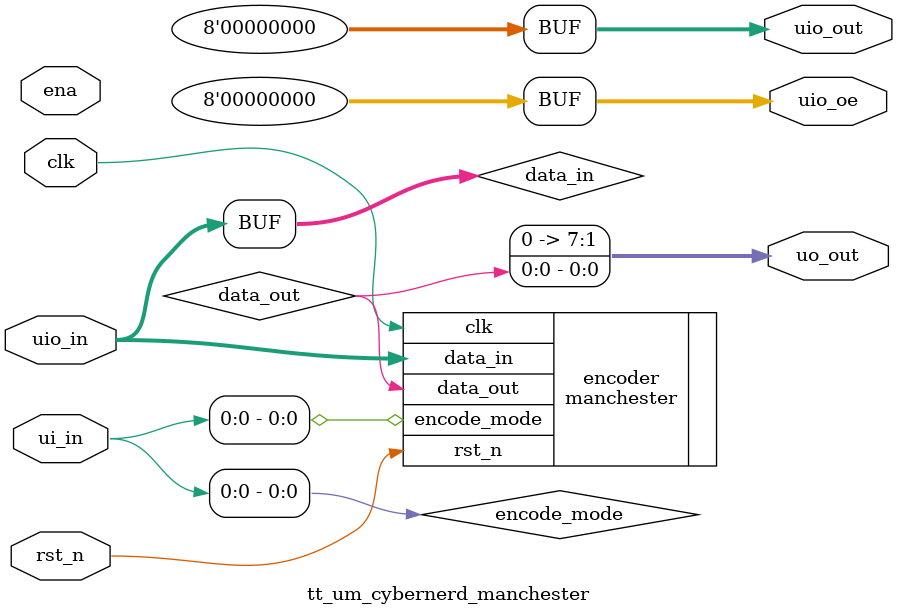
<source format=v>
/*
 * Copyright (c) 2025 Your Name
 * SPDX-License-Identifier: Apache-2.0
 */

`default_nettype none

module tt_um_cybernerd_manchester (
    input  wire [7:0] ui_in,    // Dedicated inputs
    output wire [7:0] uo_out,   // Dedicated outputs
    input  wire [7:0] uio_in,   // IOs: Input path
    output wire [7:0] uio_out,  // IOs: Output path
    output wire [7:0] uio_oe,   // IOs: Enable path (active high: 0=input, 1=output)
    input  wire       ena,      // always 1 when the design is powered, so you can ignore it
    input  wire       clk,      // clock
    input  wire       rst_n     // reset_n - low to reset
);

  // All output pins must be assigned. If not used, assign to 0.
  wire data_out;
  wire encode_mode;
  wire [7:0] data_in;
  
  // Map inputs
  assign encode_mode = ui_in[0];  // Use input bit 0 for encode_mode
  assign data_in = uio_in[7:0];   // Use bidirectional pins as inputs for data
  
  // Set bidirectional pins as inputs
  assign uio_oe = 8'b00000000;    // All bidirectional pins are inputs
  assign uio_out = 8'b00000000;   // Not used as outputs
  
  // Map output
  assign uo_out[0] = data_out;    // Manchester encoded output on bit 0
  assign uo_out[7:1] = 7'b0;      // Unused outputs set to 0
  
  // Instantiate the Manchester encoder
  manchester encoder (
      .clk(clk),
      .rst_n(rst_n),
      .encode_mode(encode_mode),
      .data_in(data_in),
      .data_out(data_out)
  );

endmodule
</source>
